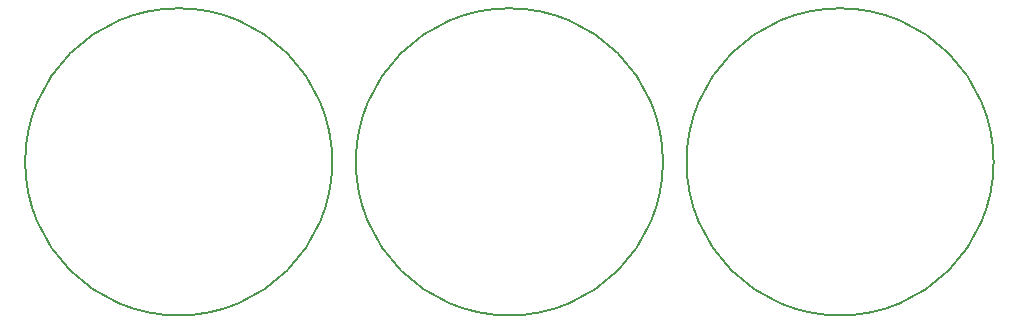
<source format=gbs>
%MOIN*%
%OFA0B0*%
%FSLAX46Y46*%
%IPPOS*%
%LPD*%
%ADD10C,0.005905511811023622*%
%ADD21C,0.005905511811023622*%
%ADD22C,0.005905511811023622*%
D10*
X0001023555Y0000511794D02*
G75*
G03X0001023555Y0000511794I-0000511811D01*
G01*
G04 next file*
G04 #@! TF.GenerationSoftware,KiCad,Pcbnew,(5.1.2)-2*
G04 #@! TF.CreationDate,2019-08-09T02:38:33-07:00*
G04 #@! TF.ProjectId,noncontact_electrode,6e6f6e63-6f6e-4746-9163-745f656c6563,rev?*
G04 #@! TF.SameCoordinates,Original*
G04 #@! TF.FileFunction,Soldermask,Bot*
G04 #@! TF.FilePolarity,Negative*
G04 Gerber Fmt 4.6, Leading zero omitted, Abs format (unit mm)*
G04 Created by KiCad (PCBNEW (5.1.2)-2) date 2019-08-09 02:38:33*
G04 APERTURE LIST*
G04 APERTURE END LIST*
G04 next file*
G04 #@! TF.GenerationSoftware,KiCad,Pcbnew,(5.1.2)-2*
G04 #@! TF.CreationDate,2019-08-09T02:41:05-07:00*
G04 #@! TF.ProjectId,noncontact_electrode,6e6f6e63-6f6e-4746-9163-745f656c6563,rev?*
G04 #@! TF.SameCoordinates,Original*
G04 #@! TF.FileFunction,Soldermask,Bot*
G04 #@! TF.FilePolarity,Negative*
G04 Gerber Fmt 4.6, Leading zero omitted, Abs format (unit mm)*
G04 Created by KiCad (PCBNEW (5.1.2)-2) date 2019-08-09 02:41:05*
G04 APERTURE LIST*
G04 APERTURE END LIST*
G04 next file*
G04 #@! TF.GenerationSoftware,KiCad,Pcbnew,(5.1.2)-2*
G04 #@! TF.CreationDate,2019-08-09T03:14:28-07:00*
G04 #@! TF.ProjectId,noncontact_electrode,6e6f6e63-6f6e-4746-9163-745f656c6563,rev?*
G04 #@! TF.SameCoordinates,Original*
G04 #@! TF.FileFunction,Soldermask,Bot*
G04 #@! TF.FilePolarity,Negative*
G04 Gerber Fmt 4.6, Leading zero omitted, Abs format (unit mm)*
G04 Created by KiCad (PCBNEW (5.1.2)-2) date 2019-08-09 03:14:28*
G04 APERTURE LIST*
G04 APERTURE END LIST*
D21*
X0002125851Y0000511794D02*
G75*
G03X0002125851Y0000511794I-0000511811D01*
G01*
G04 next file*
G04 #@! TF.GenerationSoftware,KiCad,Pcbnew,(5.1.2)-2*
G04 #@! TF.CreationDate,2019-08-09T03:14:28-07:00*
G04 #@! TF.ProjectId,noncontact_electrode,6e6f6e63-6f6e-4746-9163-745f656c6563,rev?*
G04 #@! TF.SameCoordinates,Original*
G04 #@! TF.FileFunction,Soldermask,Bot*
G04 #@! TF.FilePolarity,Negative*
G04 Gerber Fmt 4.6, Leading zero omitted, Abs format (unit mm)*
G04 Created by KiCad (PCBNEW (5.1.2)-2) date 2019-08-09 03:14:28*
G04 APERTURE LIST*
G04 APERTURE END LIST*
D22*
X0003228147Y0000511794D02*
G75*
G03X0003228147Y0000511794I-0000511811D01*
G01*
G04 next file*
G04 #@! TF.GenerationSoftware,KiCad,Pcbnew,(5.1.2)-2*
G04 #@! TF.CreationDate,2019-08-09T02:38:33-07:00*
G04 #@! TF.ProjectId,noncontact_electrode,6e6f6e63-6f6e-4746-9163-745f656c6563,rev?*
G04 #@! TF.SameCoordinates,Original*
G04 #@! TF.FileFunction,Soldermask,Bot*
G04 #@! TF.FilePolarity,Negative*
G04 Gerber Fmt 4.6, Leading zero omitted, Abs format (unit mm)*
G04 Created by KiCad (PCBNEW (5.1.2)-2) date 2019-08-09 02:38:33*
G04 APERTURE LIST*
G04 APERTURE END LIST*
G04 next file*
G04 #@! TF.GenerationSoftware,KiCad,Pcbnew,(5.1.2)-2*
G04 #@! TF.CreationDate,2019-08-09T02:38:33-07:00*
G04 #@! TF.ProjectId,noncontact_electrode,6e6f6e63-6f6e-4746-9163-745f656c6563,rev?*
G04 #@! TF.SameCoordinates,Original*
G04 #@! TF.FileFunction,Soldermask,Bot*
G04 #@! TF.FilePolarity,Negative*
G04 Gerber Fmt 4.6, Leading zero omitted, Abs format (unit mm)*
G04 Created by KiCad (PCBNEW (5.1.2)-2) date 2019-08-09 02:38:33*
G04 APERTURE LIST*
G04 APERTURE END LIST*
G04 next file*
G04 #@! TF.GenerationSoftware,KiCad,Pcbnew,(5.1.2)-2*
G04 #@! TF.CreationDate,2019-08-09T02:41:05-07:00*
G04 #@! TF.ProjectId,noncontact_electrode,6e6f6e63-6f6e-4746-9163-745f656c6563,rev?*
G04 #@! TF.SameCoordinates,Original*
G04 #@! TF.FileFunction,Soldermask,Bot*
G04 #@! TF.FilePolarity,Negative*
G04 Gerber Fmt 4.6, Leading zero omitted, Abs format (unit mm)*
G04 Created by KiCad (PCBNEW (5.1.2)-2) date 2019-08-09 02:41:05*
G04 APERTURE LIST*
G04 APERTURE END LIST*
G04 next file*
G04 #@! TF.GenerationSoftware,KiCad,Pcbnew,(5.1.2)-2*
G04 #@! TF.CreationDate,2019-08-09T02:41:05-07:00*
G04 #@! TF.ProjectId,noncontact_electrode,6e6f6e63-6f6e-4746-9163-745f656c6563,rev?*
G04 #@! TF.SameCoordinates,Original*
G04 #@! TF.FileFunction,Soldermask,Bot*
G04 #@! TF.FilePolarity,Negative*
G04 Gerber Fmt 4.6, Leading zero omitted, Abs format (unit mm)*
G04 Created by KiCad (PCBNEW (5.1.2)-2) date 2019-08-09 02:41:05*
G04 APERTURE LIST*
G04 APERTURE END LIST*
M02*
</source>
